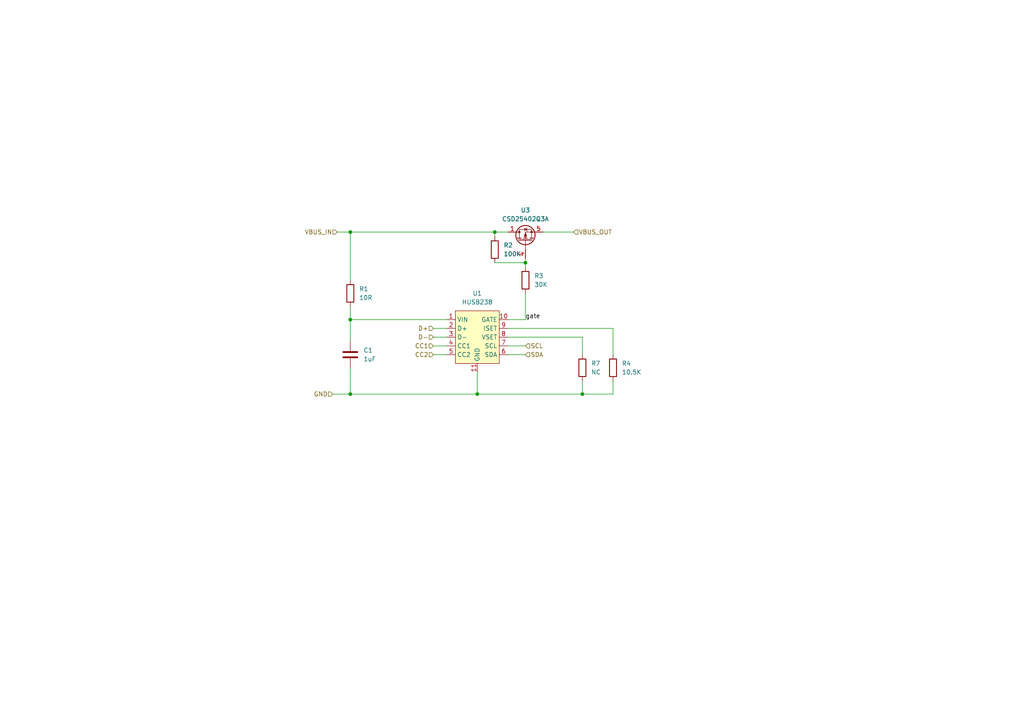
<source format=kicad_sch>
(kicad_sch (version 20231120) (generator "eeschema") (generator_version "8.0")
  (paper "A4")
  (lib_symbols
    (symbol "Device:C" (pin_numbers hide) (pin_names (offset 0.254))
      (property "Reference" "C" (at 0.635 2.54 0))
      (property "Value" "C" (at 0.635 -2.54 0))
      (symbol "C_0_1"
        (polyline (pts (xy -2.032 -0.762) (xy 2.032 -0.762)) (stroke (width 0.508)))
        (polyline (pts (xy -2.032 0.762) (xy 2.032 0.762)) (stroke (width 0.508)))
      )
      (symbol "C_1_1"
        (pin passive line (at 0 3.81 270) (length 2.794) (name "~") (number "1"))
        (pin passive line (at 0 -3.81 90) (length 2.794) (name "~") (number "2"))
      )
    )
    (symbol "Device:R" (pin_numbers hide) (pin_names (offset 0))
      (property "Reference" "R" (at 2.032 0 90))
      (property "Value" "R" (at 0 0 90))
      (symbol "R_0_1"
        (rectangle (start -1.016 -2.54) (end 1.016 2.54) (stroke (width 0.254)))
      )
      (symbol "R_1_1"
        (pin passive line (at 0 3.81 270) (length 1.27) (name "~") (number "1"))
        (pin passive line (at 0 -3.81 90) (length 1.27) (name "~") (number "2"))
      )
    )
    (symbol "Transistor_FET:CSD25402Q3A" (pin_names hide)
      (property "Reference" "U" (at 5.715 1.905 0))
      (property "Value" "CSD25402Q3A" (at 11.811 -0.127 0))
      (symbol "CSD25402Q3A_0_1"
        (polyline (pts (xy 0.254 0) (xy -2.54 0)))
        (polyline (pts (xy 0.254 1.905) (xy 0.254 -1.905)) (stroke (width 0.254)))
        (polyline (pts (xy 0.762 -1.27) (xy 0.762 -2.286)) (stroke (width 0.254)))
        (polyline (pts (xy 0.762 0.508) (xy 0.762 -0.508)) (stroke (width 0.254)))
        (polyline (pts (xy 0.762 2.286) (xy 0.762 1.27)) (stroke (width 0.254)))
        (polyline (pts (xy 2.54 2.54) (xy 2.54 1.778)))
        (polyline (pts (xy 2.54 -2.54) (xy 2.54 0) (xy 0.762 0)))
        (polyline (pts (xy 0.762 1.778) (xy 3.302 1.778) (xy 3.302 -1.778) (xy 0.762 -1.778)))
        (polyline (pts (xy 2.286 0) (xy 1.27 0.381) (xy 1.27 -0.381) (xy 2.286 0)) (fill (type outline)))
        (polyline (pts (xy 2.794 -0.508) (xy 2.921 -0.381) (xy 3.683 -0.381) (xy 3.81 -0.254)))
        (polyline (pts (xy 3.302 -0.381) (xy 2.921 0.254) (xy 3.683 0.254) (xy 3.302 -0.381)))
        (circle (center 1.651 0) (radius 2.794) (stroke (width 0.254)))
        (circle (center 2.54 -1.778) (radius 0.254) (fill (type outline)))
        (circle (center 2.54 1.778) (radius 0.254) (fill (type outline)))
      )
      (symbol "CSD25402Q3A_1_1"
        (pin passive line (at 2.54 5.08 270) (length 2.54) (name "D") (number "1"))
        (pin passive line (at 2.54 5.08 270) (length 2.54) hide (name "D") (number "2"))
        (pin passive line (at 2.54 5.08 270) (length 2.54) hide (name "D") (number "3"))
        (pin input line (at -5.08 0 0) (length 2.54) (name "G") (number "4"))
        (pin passive line (at 2.54 -5.08 90) (length 2.54) (name "S") (number "5"))
      )
    )
    (symbol "my_chips:husb238"
      (property "Reference" "U" (at 0 0 0))
      (property "Value" "HUSB238" (at 0 0 0))
      (symbol "husb238_1_1"
        (rectangle (start -6.35 7.62) (end 6.35 -7.62) (fill (type background)))
        (pin input line (at -8.89 5.08 0) (length 2.54) (name "VIN") (number "1"))
        (pin input line (at 8.89 5.08 180) (length 2.54) (name "GATE") (number "10"))
        (pin input line (at 0 -10.16 90) (length 2.54) (name "GND") (number "11"))
        (pin input line (at -8.89 2.54 0) (length 2.54) (name "D+") (number "2"))
        (pin input line (at -8.89 0 0) (length 2.54) (name "D-") (number "3"))
        (pin input line (at -8.89 -2.54 0) (length 2.54) (name "CC1") (number "4"))
        (pin input line (at -8.89 -5.08 0) (length 2.54) (name "CC2") (number "5"))
        (pin input line (at 8.89 -5.08 180) (length 2.54) (name "SDA") (number "6"))
        (pin input line (at 8.89 -2.54 180) (length 2.54) (name "SCL") (number "7"))
        (pin input line (at 8.89 0 180) (length 2.54) (name "VSET") (number "8"))
        (pin input line (at 8.89 2.54 180) (length 2.54) (name "ISET") (number "9"))
      )
    )
  )
  (junction (at 101.6 67.31))
  (junction (at 152.4 76.2))
  (junction (at 101.6 92.71))
  (junction (at 101.6 114.3))
  (junction (at 143.51 67.31))
  (junction (at 138.43 114.3))
  (junction (at 168.91 114.3))
  (wire (pts (xy 147.32 100.33) (xy 152.4 100.33)))
  (wire (pts (xy 147.32 95.25) (xy 177.8 95.25)))
  (wire (pts (xy 143.51 67.31) (xy 147.32 67.31)))
  (wire (pts (xy 177.8 110.49) (xy 177.8 114.3)))
  (wire (pts (xy 143.51 68.58) (xy 143.51 67.31)))
  (wire (pts (xy 101.6 92.71) (xy 101.6 88.9)))
  (wire (pts (xy 101.6 81.28) (xy 101.6 67.31)))
  (wire (pts (xy 138.43 114.3) (xy 101.6 114.3)))
  (wire (pts (xy 101.6 67.31) (xy 97.79 67.31)))
  (wire (pts (xy 157.48 67.31) (xy 166.37 67.31)))
  (wire (pts (xy 101.6 114.3) (xy 96.52 114.3)))
  (wire (pts (xy 152.4 74.93) (xy 152.4 76.2)))
  (wire (pts (xy 125.73 95.25) (xy 129.54 95.25)))
  (wire (pts (xy 168.91 97.79) (xy 147.32 97.79)))
  (wire (pts (xy 168.91 110.49) (xy 168.91 114.3)))
  (wire (pts (xy 147.32 102.87) (xy 152.4 102.87)))
  (wire (pts (xy 152.4 76.2) (xy 152.4 77.47)))
  (wire (pts (xy 125.73 97.79) (xy 129.54 97.79)))
  (wire (pts (xy 152.4 92.71) (xy 147.32 92.71)))
  (wire (pts (xy 152.4 85.09) (xy 152.4 92.71)))
  (wire (pts (xy 101.6 92.71) (xy 101.6 99.06)))
  (wire (pts (xy 101.6 106.68) (xy 101.6 114.3)))
  (wire (pts (xy 143.51 76.2) (xy 152.4 76.2)))
  (wire (pts (xy 125.73 100.33) (xy 129.54 100.33)))
  (wire (pts (xy 168.91 114.3) (xy 138.43 114.3)))
  (wire (pts (xy 138.43 107.95) (xy 138.43 114.3)))
  (wire (pts (xy 125.73 102.87) (xy 129.54 102.87)))
  (wire (pts (xy 129.54 92.71) (xy 101.6 92.71)))
  (wire (pts (xy 168.91 102.87) (xy 168.91 97.79)))
  (wire (pts (xy 177.8 114.3) (xy 168.91 114.3)))
  (wire (pts (xy 177.8 95.25) (xy 177.8 102.87)))
  (wire (pts (xy 101.6 67.31) (xy 143.51 67.31)))
  (label "gate" (at 152.4 92.71 0))
  (hierarchical_label "D-" (shape input) (at 125.73 97.79 180))
  (hierarchical_label "VBUS_IN" (shape input) (at 97.79 67.31 180))
  (hierarchical_label "VBUS_OUT" (shape input) (at 166.37 67.31 0))
  (hierarchical_label "GND" (shape input) (at 96.52 114.3 180))
  (hierarchical_label "SCL" (shape input) (at 152.4 100.33 0))
  (hierarchical_label "CC2" (shape input) (at 125.73 102.87 180))
  (hierarchical_label "D+" (shape input) (at 125.73 95.25 180))
  (hierarchical_label "SDA" (shape input) (at 152.4 102.87 0))
  (hierarchical_label "CC1" (shape input) (at 125.73 100.33 180))
  (symbol (lib_id "Device:C") (at 101.6 102.87 0) (unit 1)
    (property "Reference" "C1" (at 105.41 101.5999 0) (effects (justify left)))
    (property "Value" "1uF" (at 105.41 104.1399 0) (effects (justify left)))
    (property "Footprint" "Capacitor_SMD:C_0402_1005Metric" (effects (hide yes)))
    (property "Description" "Unpolarized capacitor" (effects (hide yes)))
  )
  (symbol (lib_id "Transistor_FET:CSD25402Q3A") (at 152.4 69.85 90) (unit 1)
    (property "Reference" "U3" (at 152.4 60.96 90))
    (property "Value" "CSD25402Q3A" (at 152.4 63.5 90))
    (property "Footprint" "Package_SON:VSON-8_3.3x3.3mm_P0.65mm_NexFET" (effects (hide yes)))
    (property "Datasheet" "https://www.ti.com/lit/ds/symlink/csd25402q3a.pdf" (effects (hide yes)))
    (property "Description" "-76A Id, -20V Vds, NexFET P-Channel Power MOSFET, 7.7mOhm Ron, Qg (typ) 7.5 nC, VSON-8 3.3x3.3mm" (effects (hide yes)))
  )
  (symbol (lib_id "Device:R") (at 143.51 72.39 0) (unit 1)
    (property "Reference" "R2" (at 146.05 71.1199 0) (effects (justify left)))
    (property "Value" "100K" (at 146.05 73.6599 0) (effects (justify left)))
    (property "Footprint" "Resistor_SMD:R_0603_1608Metric" (effects (hide yes)))
    (property "Description" "Resistor" (effects (hide yes)))
  )
  (symbol (lib_id "my_chips:husb238") (at 138.43 97.79 0) (unit 1)
    (property "Reference" "U1" (at 138.43 85.09 0))
    (property "Value" "HUSB238" (at 138.43 87.63 0))
    (property "Footprint" "Package_DFN_QFN:DFN-10-1EP_3x3mm_P0.5mm_EP1.7x2.5mm" (effects (hide yes)))
    (property "Datasheet" "https://item.szlcsc.com/8528237.html" (effects (hide yes)))
    (property "Description" "HUSB238是一款高度集成的USB PD受电端芯片（PD Sink，也叫PD诱骗芯片）。传输的额定功率可达100W。它兼容PD3.0 V1.3和Type-C V1.4。它还可以支持BC1.2 DCP、CDP和SDP和Apple 5V2.4A充电协议" (effects (hide yes)))
  )
  (symbol (lib_id "Device:R") (at 177.8 106.68 0) (unit 1)
    (property "Reference" "R4" (at 180.34 105.4099 0) (effects (justify left)))
    (property "Value" "10.5K" (at 180.34 107.9499 0) (effects (justify left)))
    (property "Footprint" "Resistor_SMD:R_0402_1005Metric" (effects (hide yes)))
    (property "Description" "Resistor" (effects (hide yes)))
  )
  (symbol (lib_id "Device:R") (at 101.6 85.09 0) (unit 1)
    (property "Reference" "R1" (at 104.14 83.8199 0) (effects (justify left)))
    (property "Value" "10R" (at 104.14 86.3599 0) (effects (justify left)))
    (property "Footprint" "Resistor_SMD:R_0603_1608Metric" (effects (hide yes)))
    (property "Description" "Resistor" (effects (hide yes)))
  )
  (symbol (lib_id "Device:R") (at 168.91 106.68 0) (unit 1)
    (property "Reference" "R7" (at 171.45 105.4099 0) (effects (justify left)))
    (property "Value" "NC" (at 171.45 107.9499 0) (effects (justify left)))
    (property "Footprint" "Resistor_SMD:R_0402_1005Metric" (effects (hide yes)))
    (property "Description" "Resistor" (effects (hide yes)))
  )
  (symbol (lib_id "Device:R") (at 152.4 81.28 0) (unit 1)
    (property "Reference" "R3" (at 154.94 80.0099 0) (effects (justify left)))
    (property "Value" "30K" (at 154.94 82.5499 0) (effects (justify left)))
    (property "Footprint" "Resistor_SMD:R_0603_1608Metric" (effects (hide yes)))
    (property "Description" "Resistor" (effects (hide yes)))
  )
)
</source>
